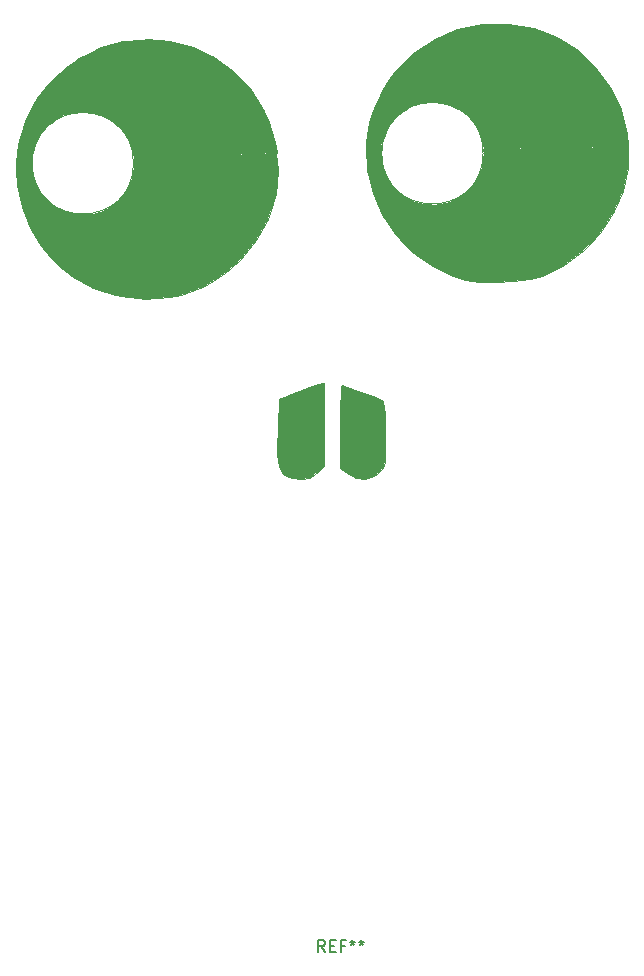
<source format=gbr>
G04 #@! TF.GenerationSoftware,KiCad,Pcbnew,(5.1.2)-1*
G04 #@! TF.CreationDate,2023-11-06T09:25:53+09:00*
G04 #@! TF.ProjectId,gopher_pilot_m5stack,676f7068-6572-45f7-9069-6c6f745f6d35,rev?*
G04 #@! TF.SameCoordinates,Original*
G04 #@! TF.FileFunction,Legend,Top*
G04 #@! TF.FilePolarity,Positive*
%FSLAX46Y46*%
G04 Gerber Fmt 4.6, Leading zero omitted, Abs format (unit mm)*
G04 Created by KiCad (PCBNEW (5.1.2)-1) date 2023-11-06 09:25:53*
%MOMM*%
%LPD*%
G04 APERTURE LIST*
%ADD10C,0.100000*%
%ADD11C,0.120000*%
%ADD12C,0.150000*%
G04 APERTURE END LIST*
D10*
G36*
X132392600Y-60951520D02*
G01*
X132672600Y-60951520D01*
X134842600Y-61341520D01*
X136792600Y-62101520D01*
X138562600Y-63231520D01*
X140062600Y-64621520D01*
X141312600Y-66321520D01*
X142222600Y-68231520D01*
X142752600Y-70291520D01*
X142862600Y-71141520D01*
X142862600Y-71421520D01*
X130612600Y-71541520D01*
X130532600Y-71041520D01*
X130382600Y-70481520D01*
X130202600Y-70071520D01*
X130022600Y-69711520D01*
X129762600Y-69331520D01*
X129472600Y-68971520D01*
X129182600Y-68691520D01*
X128882600Y-68451520D01*
X128652600Y-68291520D01*
X128432600Y-68151520D01*
X127912600Y-67901520D01*
X127522600Y-67761520D01*
X126932600Y-67631520D01*
X126602600Y-67591520D01*
X126152600Y-67581520D01*
X125972600Y-67591520D01*
X125642600Y-67631520D01*
X125302600Y-67691520D01*
X125022600Y-67771520D01*
X124672600Y-67891520D01*
X124312600Y-68051520D01*
X124102600Y-68161520D01*
X123912600Y-68281520D01*
X123752600Y-68391520D01*
X123332600Y-68731520D01*
X122992600Y-69071520D01*
X122722600Y-69421520D01*
X122522600Y-69721520D01*
X122362600Y-70021520D01*
X122222600Y-70361520D01*
X122142600Y-70571520D01*
X122062600Y-70831520D01*
X122002600Y-71101520D01*
X121962600Y-71351520D01*
X120622600Y-71331520D01*
X120662600Y-71021520D01*
X120752600Y-70451520D01*
X120832600Y-69901520D01*
X120912600Y-69371520D01*
X121172600Y-68501520D01*
X121572600Y-67611520D01*
X122052600Y-66531520D01*
X122722600Y-65581520D01*
X123242600Y-64841520D01*
X123752600Y-64331520D01*
X124272600Y-63821520D01*
X124762600Y-63371520D01*
X126492600Y-62221520D01*
X128352600Y-61421520D01*
X130462600Y-60981520D01*
X131662600Y-60961520D01*
X132392600Y-60951520D01*
G37*
X132392600Y-60951520D02*
X132672600Y-60951520D01*
X134842600Y-61341520D01*
X136792600Y-62101520D01*
X138562600Y-63231520D01*
X140062600Y-64621520D01*
X141312600Y-66321520D01*
X142222600Y-68231520D01*
X142752600Y-70291520D01*
X142862600Y-71141520D01*
X142862600Y-71421520D01*
X130612600Y-71541520D01*
X130532600Y-71041520D01*
X130382600Y-70481520D01*
X130202600Y-70071520D01*
X130022600Y-69711520D01*
X129762600Y-69331520D01*
X129472600Y-68971520D01*
X129182600Y-68691520D01*
X128882600Y-68451520D01*
X128652600Y-68291520D01*
X128432600Y-68151520D01*
X127912600Y-67901520D01*
X127522600Y-67761520D01*
X126932600Y-67631520D01*
X126602600Y-67591520D01*
X126152600Y-67581520D01*
X125972600Y-67591520D01*
X125642600Y-67631520D01*
X125302600Y-67691520D01*
X125022600Y-67771520D01*
X124672600Y-67891520D01*
X124312600Y-68051520D01*
X124102600Y-68161520D01*
X123912600Y-68281520D01*
X123752600Y-68391520D01*
X123332600Y-68731520D01*
X122992600Y-69071520D01*
X122722600Y-69421520D01*
X122522600Y-69721520D01*
X122362600Y-70021520D01*
X122222600Y-70361520D01*
X122142600Y-70571520D01*
X122062600Y-70831520D01*
X122002600Y-71101520D01*
X121962600Y-71351520D01*
X120622600Y-71331520D01*
X120662600Y-71021520D01*
X120752600Y-70451520D01*
X120832600Y-69901520D01*
X120912600Y-69371520D01*
X121172600Y-68501520D01*
X121572600Y-67611520D01*
X122052600Y-66531520D01*
X122722600Y-65581520D01*
X123242600Y-64841520D01*
X123752600Y-64331520D01*
X124272600Y-63821520D01*
X124762600Y-63371520D01*
X126492600Y-62221520D01*
X128352600Y-61421520D01*
X130462600Y-60981520D01*
X131662600Y-60961520D01*
X132392600Y-60951520D01*
G36*
X130562600Y-71591520D02*
G01*
X142862600Y-71451520D01*
X142842600Y-72381520D01*
X142822600Y-73161520D01*
X142822600Y-73191520D01*
X142382600Y-75141520D01*
X141592600Y-76981520D01*
X140482600Y-78681520D01*
X139082600Y-80151520D01*
X137422600Y-81361520D01*
X135512600Y-82291520D01*
X134502600Y-82561520D01*
X133072600Y-82781520D01*
X131592600Y-82861520D01*
X130182600Y-82811520D01*
X129042600Y-82631520D01*
X128012600Y-82301520D01*
X126192600Y-81431520D01*
X124562600Y-80271520D01*
X123102600Y-78761520D01*
X122242600Y-77481520D01*
X122002600Y-77131520D01*
X121202600Y-75301520D01*
X120722600Y-73371520D01*
X120622600Y-71381520D01*
X121952600Y-71401520D01*
X121932600Y-72361520D01*
X122072600Y-73081520D01*
X122412600Y-73941520D01*
X122852600Y-74641520D01*
X123542600Y-75341520D01*
X124202600Y-75781520D01*
X124802600Y-76041520D01*
X125482600Y-76211520D01*
X125942600Y-76261520D01*
X126372600Y-76281520D01*
X126922600Y-76241520D01*
X127392600Y-76141520D01*
X127902600Y-75961520D01*
X128252600Y-75811520D01*
X128662600Y-75561520D01*
X129022600Y-75311520D01*
X129412600Y-74941520D01*
X129682600Y-74641520D01*
X129952600Y-74251520D01*
X130232600Y-73731520D01*
X130442600Y-73191520D01*
X130582600Y-72451520D01*
X130632600Y-71981520D01*
X130562600Y-71591520D01*
G37*
X130562600Y-71591520D02*
X142862600Y-71451520D01*
X142842600Y-72381520D01*
X142822600Y-73161520D01*
X142822600Y-73191520D01*
X142382600Y-75141520D01*
X141592600Y-76981520D01*
X140482600Y-78681520D01*
X139082600Y-80151520D01*
X137422600Y-81361520D01*
X135512600Y-82291520D01*
X134502600Y-82561520D01*
X133072600Y-82781520D01*
X131592600Y-82861520D01*
X130182600Y-82811520D01*
X129042600Y-82631520D01*
X128012600Y-82301520D01*
X126192600Y-81431520D01*
X124562600Y-80271520D01*
X123102600Y-78761520D01*
X122242600Y-77481520D01*
X122002600Y-77131520D01*
X121202600Y-75301520D01*
X120722600Y-73371520D01*
X120622600Y-71381520D01*
X121952600Y-71401520D01*
X121932600Y-72361520D01*
X122072600Y-73081520D01*
X122412600Y-73941520D01*
X122852600Y-74641520D01*
X123542600Y-75341520D01*
X124202600Y-75781520D01*
X124802600Y-76041520D01*
X125482600Y-76211520D01*
X125942600Y-76261520D01*
X126372600Y-76281520D01*
X126922600Y-76241520D01*
X127392600Y-76141520D01*
X127902600Y-75961520D01*
X128252600Y-75811520D01*
X128662600Y-75561520D01*
X129022600Y-75311520D01*
X129412600Y-74941520D01*
X129682600Y-74641520D01*
X129952600Y-74251520D01*
X130232600Y-73731520D01*
X130442600Y-73191520D01*
X130582600Y-72451520D01*
X130632600Y-71981520D01*
X130562600Y-71591520D01*
G36*
X102112600Y-62291520D02*
G01*
X104072600Y-62461520D01*
X105982600Y-62981520D01*
X107772600Y-63821520D01*
X109412600Y-64991520D01*
X110812600Y-66451520D01*
X111932600Y-68201520D01*
X112442600Y-69301520D01*
X113032600Y-71321520D01*
X113082600Y-71881520D01*
X101012600Y-72461520D01*
X100932600Y-71821520D01*
X100682600Y-71071520D01*
X100282600Y-70341520D01*
X99842600Y-69791520D01*
X99242600Y-69271520D01*
X98782600Y-68971520D01*
X98272600Y-68731520D01*
X97692600Y-68541520D01*
X97222600Y-68461520D01*
X96742600Y-68431520D01*
X96322600Y-68451520D01*
X95902600Y-68501520D01*
X95342600Y-68641520D01*
X94882600Y-68811520D01*
X94412600Y-69061520D01*
X94132600Y-69251520D01*
X93832600Y-69481520D01*
X93582600Y-69721520D01*
X93362600Y-69961520D01*
X93072600Y-70341520D01*
X92902600Y-70611520D01*
X92762600Y-70881520D01*
X92622600Y-71191520D01*
X92502600Y-71531520D01*
X92422600Y-71851520D01*
X92392600Y-72041520D01*
X91112600Y-71951520D01*
X91212600Y-71231520D01*
X91252600Y-70891520D01*
X91512600Y-70101520D01*
X91722600Y-69441520D01*
X91852600Y-69061520D01*
X92402600Y-68051520D01*
X92822600Y-67281520D01*
X93492600Y-66451520D01*
X94152600Y-65641520D01*
X94722600Y-65101520D01*
X95442600Y-64571520D01*
X95932600Y-64211520D01*
X96372600Y-63881520D01*
X97132600Y-63511520D01*
X98232600Y-62981520D01*
X100112600Y-62471520D01*
X101732600Y-62321520D01*
X102112600Y-62291520D01*
G37*
X102112600Y-62291520D02*
X104072600Y-62461520D01*
X105982600Y-62981520D01*
X107772600Y-63821520D01*
X109412600Y-64991520D01*
X110812600Y-66451520D01*
X111932600Y-68201520D01*
X112442600Y-69301520D01*
X113032600Y-71321520D01*
X113082600Y-71881520D01*
X101012600Y-72461520D01*
X100932600Y-71821520D01*
X100682600Y-71071520D01*
X100282600Y-70341520D01*
X99842600Y-69791520D01*
X99242600Y-69271520D01*
X98782600Y-68971520D01*
X98272600Y-68731520D01*
X97692600Y-68541520D01*
X97222600Y-68461520D01*
X96742600Y-68431520D01*
X96322600Y-68451520D01*
X95902600Y-68501520D01*
X95342600Y-68641520D01*
X94882600Y-68811520D01*
X94412600Y-69061520D01*
X94132600Y-69251520D01*
X93832600Y-69481520D01*
X93582600Y-69721520D01*
X93362600Y-69961520D01*
X93072600Y-70341520D01*
X92902600Y-70611520D01*
X92762600Y-70881520D01*
X92622600Y-71191520D01*
X92502600Y-71531520D01*
X92422600Y-71851520D01*
X92392600Y-72041520D01*
X91112600Y-71951520D01*
X91212600Y-71231520D01*
X91252600Y-70891520D01*
X91512600Y-70101520D01*
X91722600Y-69441520D01*
X91852600Y-69061520D01*
X92402600Y-68051520D01*
X92822600Y-67281520D01*
X93492600Y-66451520D01*
X94152600Y-65641520D01*
X94722600Y-65101520D01*
X95442600Y-64571520D01*
X95932600Y-64211520D01*
X96372600Y-63881520D01*
X97132600Y-63511520D01*
X98232600Y-62981520D01*
X100112600Y-62471520D01*
X101732600Y-62321520D01*
X102112600Y-62291520D01*
G36*
X101002600Y-72511520D02*
G01*
X113042600Y-71911520D01*
X113222600Y-73371520D01*
X112992600Y-75411520D01*
X112352600Y-77471520D01*
X111332600Y-79281520D01*
X109972600Y-80961520D01*
X108752600Y-82111520D01*
X107012600Y-83181520D01*
X104952600Y-83971520D01*
X104012600Y-84111520D01*
X102952600Y-84211520D01*
X101872600Y-84241520D01*
X101472600Y-84231520D01*
X100482600Y-84091520D01*
X99422600Y-83951520D01*
X97522600Y-83331520D01*
X95832600Y-82391520D01*
X94642600Y-81441520D01*
X94072600Y-80871520D01*
X93162600Y-79821520D01*
X92202600Y-78261520D01*
X91492600Y-76511520D01*
X91072600Y-74651520D01*
X91032600Y-73391520D01*
X91012600Y-72791520D01*
X91112600Y-72001520D01*
X92382600Y-72091520D01*
X92322600Y-72621520D01*
X92362600Y-73331520D01*
X92442600Y-73801520D01*
X92592600Y-74321520D01*
X92802600Y-74751520D01*
X93042600Y-75181520D01*
X93282600Y-75511520D01*
X93602600Y-75851520D01*
X93912600Y-76141520D01*
X94202600Y-76361520D01*
X94522600Y-76561520D01*
X94892600Y-76741520D01*
X95232600Y-76881520D01*
X95592600Y-76991520D01*
X95962600Y-77071520D01*
X96352600Y-77121520D01*
X96732600Y-77121520D01*
X97082600Y-77111520D01*
X97512600Y-77051520D01*
X97812600Y-76981520D01*
X98122600Y-76881520D01*
X98352600Y-76791520D01*
X98632600Y-76661520D01*
X98862600Y-76531520D01*
X99122600Y-76371520D01*
X99362600Y-76201520D01*
X99692600Y-75911520D01*
X99862600Y-75731520D01*
X100022600Y-75551520D01*
X100242600Y-75261520D01*
X100412600Y-75001520D01*
X100492600Y-74851520D01*
X100622600Y-74611520D01*
X100732600Y-74331520D01*
X100832600Y-74061520D01*
X100932600Y-73641520D01*
X101012600Y-73111520D01*
X101002600Y-72511520D01*
G37*
X101002600Y-72511520D02*
X113042600Y-71911520D01*
X113222600Y-73371520D01*
X112992600Y-75411520D01*
X112352600Y-77471520D01*
X111332600Y-79281520D01*
X109972600Y-80961520D01*
X108752600Y-82111520D01*
X107012600Y-83181520D01*
X104952600Y-83971520D01*
X104012600Y-84111520D01*
X102952600Y-84211520D01*
X101872600Y-84241520D01*
X101472600Y-84231520D01*
X100482600Y-84091520D01*
X99422600Y-83951520D01*
X97522600Y-83331520D01*
X95832600Y-82391520D01*
X94642600Y-81441520D01*
X94072600Y-80871520D01*
X93162600Y-79821520D01*
X92202600Y-78261520D01*
X91492600Y-76511520D01*
X91072600Y-74651520D01*
X91032600Y-73391520D01*
X91012600Y-72791520D01*
X91112600Y-72001520D01*
X92382600Y-72091520D01*
X92322600Y-72621520D01*
X92362600Y-73331520D01*
X92442600Y-73801520D01*
X92592600Y-74321520D01*
X92802600Y-74751520D01*
X93042600Y-75181520D01*
X93282600Y-75511520D01*
X93602600Y-75851520D01*
X93912600Y-76141520D01*
X94202600Y-76361520D01*
X94522600Y-76561520D01*
X94892600Y-76741520D01*
X95232600Y-76881520D01*
X95592600Y-76991520D01*
X95962600Y-77071520D01*
X96352600Y-77121520D01*
X96732600Y-77121520D01*
X97082600Y-77111520D01*
X97512600Y-77051520D01*
X97812600Y-76981520D01*
X98122600Y-76881520D01*
X98352600Y-76791520D01*
X98632600Y-76661520D01*
X98862600Y-76531520D01*
X99122600Y-76371520D01*
X99362600Y-76201520D01*
X99692600Y-75911520D01*
X99862600Y-75731520D01*
X100022600Y-75551520D01*
X100242600Y-75261520D01*
X100412600Y-75001520D01*
X100492600Y-74851520D01*
X100622600Y-74611520D01*
X100732600Y-74331520D01*
X100832600Y-74061520D01*
X100932600Y-73641520D01*
X101012600Y-73111520D01*
X101002600Y-72511520D01*
D11*
X130562601Y-71931520D02*
G75*
G03X130562601Y-71931520I-4288928J0D01*
G01*
X100962601Y-72781520D02*
G75*
G03X100962601Y-72781520I-4288928J0D01*
G01*
D10*
G36*
X117112600Y-91351520D02*
G01*
X117112600Y-92651520D01*
X117112600Y-94161520D01*
X117112600Y-95411520D01*
X117102600Y-96821520D01*
X117112600Y-98431520D01*
X116602600Y-98901520D01*
X116452600Y-99041520D01*
X115872600Y-99391520D01*
X115072600Y-99501520D01*
X114472600Y-99461520D01*
X114012600Y-99351520D01*
X113662600Y-99111520D01*
X113342600Y-98581520D01*
X113262600Y-98401520D01*
X113172600Y-98021520D01*
X113132600Y-97441520D01*
X113132600Y-96481520D01*
X113162600Y-95601520D01*
X113222600Y-94511520D01*
X113292600Y-93301520D01*
X113312600Y-92781520D01*
X113992600Y-92471520D01*
X114712600Y-92161520D01*
X115202600Y-91961520D01*
X116042600Y-91641520D01*
X116582600Y-91481520D01*
X117112600Y-91351520D01*
G37*
X117112600Y-91351520D02*
X117112600Y-92651520D01*
X117112600Y-94161520D01*
X117112600Y-95411520D01*
X117102600Y-96821520D01*
X117112600Y-98431520D01*
X116602600Y-98901520D01*
X116452600Y-99041520D01*
X115872600Y-99391520D01*
X115072600Y-99501520D01*
X114472600Y-99461520D01*
X114012600Y-99351520D01*
X113662600Y-99111520D01*
X113342600Y-98581520D01*
X113262600Y-98401520D01*
X113172600Y-98021520D01*
X113132600Y-97441520D01*
X113132600Y-96481520D01*
X113162600Y-95601520D01*
X113222600Y-94511520D01*
X113292600Y-93301520D01*
X113312600Y-92781520D01*
X113992600Y-92471520D01*
X114712600Y-92161520D01*
X115202600Y-91961520D01*
X116042600Y-91641520D01*
X116582600Y-91481520D01*
X117112600Y-91351520D01*
G36*
X118612600Y-91591520D02*
G01*
X119702600Y-91941520D01*
X121252600Y-92511520D01*
X122132600Y-92901520D01*
X122232600Y-94021520D01*
X122272600Y-95221520D01*
X122272600Y-97731520D01*
X122222600Y-98021520D01*
X122182600Y-98401520D01*
X121962600Y-98751520D01*
X121702600Y-99041520D01*
X121322600Y-99291520D01*
X120572600Y-99541520D01*
X119762600Y-99441520D01*
X119002600Y-99041520D01*
X118432600Y-98591520D01*
X118432600Y-96601520D01*
X118412600Y-94751520D01*
X118452600Y-93621520D01*
X118522600Y-92171520D01*
X118522600Y-91761520D01*
X118612600Y-91591520D01*
G37*
X118612600Y-91591520D02*
X119702600Y-91941520D01*
X121252600Y-92511520D01*
X122132600Y-92901520D01*
X122232600Y-94021520D01*
X122272600Y-95221520D01*
X122272600Y-97731520D01*
X122222600Y-98021520D01*
X122182600Y-98401520D01*
X121962600Y-98751520D01*
X121702600Y-99041520D01*
X121322600Y-99291520D01*
X120572600Y-99541520D01*
X119762600Y-99441520D01*
X119002600Y-99041520D01*
X118432600Y-98591520D01*
X118432600Y-96601520D01*
X118412600Y-94751520D01*
X118452600Y-93621520D01*
X118522600Y-92171520D01*
X118522600Y-91761520D01*
X118612600Y-91591520D01*
D12*
X117166666Y-139552380D02*
X116833333Y-139076190D01*
X116595238Y-139552380D02*
X116595238Y-138552380D01*
X116976190Y-138552380D01*
X117071428Y-138600000D01*
X117119047Y-138647619D01*
X117166666Y-138742857D01*
X117166666Y-138885714D01*
X117119047Y-138980952D01*
X117071428Y-139028571D01*
X116976190Y-139076190D01*
X116595238Y-139076190D01*
X117595238Y-139028571D02*
X117928571Y-139028571D01*
X118071428Y-139552380D02*
X117595238Y-139552380D01*
X117595238Y-138552380D01*
X118071428Y-138552380D01*
X118833333Y-139028571D02*
X118500000Y-139028571D01*
X118500000Y-139552380D02*
X118500000Y-138552380D01*
X118976190Y-138552380D01*
X119500000Y-138552380D02*
X119500000Y-138790476D01*
X119261904Y-138695238D02*
X119500000Y-138790476D01*
X119738095Y-138695238D01*
X119357142Y-138980952D02*
X119500000Y-138790476D01*
X119642857Y-138980952D01*
X120261904Y-138552380D02*
X120261904Y-138790476D01*
X120023809Y-138695238D02*
X120261904Y-138790476D01*
X120500000Y-138695238D01*
X120119047Y-138980952D02*
X120261904Y-138790476D01*
X120404761Y-138980952D01*
M02*

</source>
